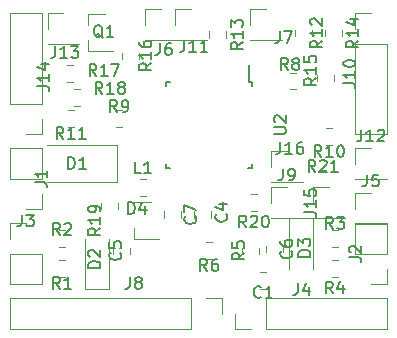
<source format=gto>
G04 #@! TF.GenerationSoftware,KiCad,Pcbnew,5.0.2+dfsg1-1*
G04 #@! TF.CreationDate,2019-11-26T12:32:40+03:00*
G04 #@! TF.ProjectId,clmt,636c6d74-2e6b-4696-9361-645f70636258,rev?*
G04 #@! TF.SameCoordinates,Original*
G04 #@! TF.FileFunction,Legend,Top*
G04 #@! TF.FilePolarity,Positive*
%FSLAX46Y46*%
G04 Gerber Fmt 4.6, Leading zero omitted, Abs format (unit mm)*
G04 Created by KiCad (PCBNEW 5.0.2+dfsg1-1) date Вт 26 ноя 2019 12:32:40*
%MOMM*%
%LPD*%
G01*
G04 APERTURE LIST*
%ADD10C,0.120000*%
%ADD11C,0.150000*%
G04 APERTURE END LIST*
D10*
G04 #@! TO.C,C4*
X123496000Y-52307748D02*
X123496000Y-52830252D01*
X124916000Y-52307748D02*
X124916000Y-52830252D01*
G04 #@! TO.C,R13*
X126186000Y-37067748D02*
X126186000Y-37590252D01*
X124766000Y-37067748D02*
X124766000Y-37590252D01*
G04 #@! TO.C,C1*
X129556252Y-58876000D02*
X129033748Y-58876000D01*
X129556252Y-57456000D02*
X129033748Y-57456000D01*
G04 #@! TO.C,C5*
X118058000Y-55896252D02*
X118058000Y-55373748D01*
X116638000Y-55896252D02*
X116638000Y-55373748D01*
G04 #@! TO.C,C6*
X131012000Y-55238748D02*
X131012000Y-55761252D01*
X129592000Y-55238748D02*
X129592000Y-55761252D01*
G04 #@! TO.C,C7*
X122376000Y-52307748D02*
X122376000Y-52830252D01*
X120956000Y-52307748D02*
X120956000Y-52830252D01*
G04 #@! TO.C,J1*
X107890000Y-58480000D02*
X110550000Y-58480000D01*
X107890000Y-55880000D02*
X107890000Y-58480000D01*
X110550000Y-55880000D02*
X110550000Y-58480000D01*
X107890000Y-55880000D02*
X110550000Y-55880000D01*
X107890000Y-54610000D02*
X107890000Y-53280000D01*
X107890000Y-53280000D02*
X109220000Y-53280000D01*
G04 #@! TO.C,J2*
X139760000Y-53280000D02*
X137100000Y-53280000D01*
X139760000Y-55880000D02*
X139760000Y-53280000D01*
X137100000Y-55880000D02*
X137100000Y-53280000D01*
X139760000Y-55880000D02*
X137100000Y-55880000D01*
X139760000Y-57150000D02*
X139760000Y-58480000D01*
X139760000Y-58480000D02*
X138430000Y-58480000D01*
G04 #@! TO.C,J3*
X110550000Y-52130000D02*
X109220000Y-52130000D01*
X110550000Y-50800000D02*
X110550000Y-52130000D01*
X110550000Y-49530000D02*
X107890000Y-49530000D01*
X107890000Y-49530000D02*
X107890000Y-46930000D01*
X110550000Y-49530000D02*
X110550000Y-46930000D01*
X110550000Y-46930000D02*
X107890000Y-46930000D01*
G04 #@! TO.C,J5*
X137100000Y-50740000D02*
X138430000Y-50740000D01*
X137100000Y-52070000D02*
X137100000Y-50740000D01*
X137100000Y-53340000D02*
X139760000Y-53340000D01*
X139760000Y-53340000D02*
X139760000Y-53400000D01*
X137100000Y-53340000D02*
X137100000Y-53400000D01*
X137100000Y-53400000D02*
X139760000Y-53400000D01*
G04 #@! TO.C,J6*
X119320000Y-35170000D02*
X120650000Y-35170000D01*
X119320000Y-36500000D02*
X119320000Y-35170000D01*
X119320000Y-37770000D02*
X121980000Y-37770000D01*
X121980000Y-37770000D02*
X121980000Y-37830000D01*
X119320000Y-37770000D02*
X119320000Y-37830000D01*
X119320000Y-37830000D02*
X121980000Y-37830000D01*
G04 #@! TO.C,J7*
X128210000Y-37830000D02*
X130870000Y-37830000D01*
X128210000Y-37770000D02*
X128210000Y-37830000D01*
X130870000Y-37770000D02*
X130870000Y-37830000D01*
X128210000Y-37770000D02*
X130870000Y-37770000D01*
X128210000Y-36500000D02*
X128210000Y-35170000D01*
X128210000Y-35170000D02*
X129540000Y-35170000D01*
G04 #@! TO.C,J8*
X139760000Y-62290000D02*
X139760000Y-59630000D01*
X129540000Y-62290000D02*
X139760000Y-62290000D01*
X129540000Y-59630000D02*
X139760000Y-59630000D01*
X129540000Y-62290000D02*
X129540000Y-59630000D01*
X128270000Y-62290000D02*
X126940000Y-62290000D01*
X126940000Y-62290000D02*
X126940000Y-60960000D01*
G04 #@! TO.C,J10*
X137100000Y-45780000D02*
X139760000Y-45780000D01*
X137100000Y-38100000D02*
X137100000Y-45780000D01*
X139760000Y-38100000D02*
X139760000Y-45780000D01*
X137100000Y-38100000D02*
X139760000Y-38100000D01*
X137100000Y-36830000D02*
X137100000Y-35500000D01*
X137100000Y-35500000D02*
X138430000Y-35500000D01*
G04 #@! TO.C,J11*
X121860000Y-35170000D02*
X123190000Y-35170000D01*
X121860000Y-36500000D02*
X121860000Y-35170000D01*
X121860000Y-37770000D02*
X124520000Y-37770000D01*
X124520000Y-37770000D02*
X124520000Y-37830000D01*
X121860000Y-37770000D02*
X121860000Y-37830000D01*
X121860000Y-37830000D02*
X124520000Y-37830000D01*
G04 #@! TO.C,J12*
X137100000Y-49590000D02*
X139760000Y-49590000D01*
X137100000Y-49530000D02*
X137100000Y-49590000D01*
X139760000Y-49530000D02*
X139760000Y-49590000D01*
X137100000Y-49530000D02*
X139760000Y-49530000D01*
X137100000Y-48260000D02*
X137100000Y-46930000D01*
X137100000Y-46930000D02*
X138430000Y-46930000D01*
G04 #@! TO.C,J13*
X111065000Y-38160000D02*
X113725000Y-38160000D01*
X111065000Y-38100000D02*
X111065000Y-38160000D01*
X113725000Y-38100000D02*
X113725000Y-38160000D01*
X111065000Y-38100000D02*
X113725000Y-38100000D01*
X111065000Y-36830000D02*
X111065000Y-35500000D01*
X111065000Y-35500000D02*
X112395000Y-35500000D01*
G04 #@! TO.C,J14*
X110550000Y-45780000D02*
X109220000Y-45780000D01*
X110550000Y-44450000D02*
X110550000Y-45780000D01*
X110550000Y-43180000D02*
X107890000Y-43180000D01*
X107890000Y-43180000D02*
X107890000Y-35500000D01*
X110550000Y-43180000D02*
X110550000Y-35500000D01*
X110550000Y-35500000D02*
X107890000Y-35500000D01*
G04 #@! TO.C,L1*
X118855748Y-49582000D02*
X119378252Y-49582000D01*
X118855748Y-51002000D02*
X119378252Y-51002000D01*
G04 #@! TO.C,Q1*
X114445000Y-35565000D02*
X114445000Y-36495000D01*
X114445000Y-38725000D02*
X114445000Y-37795000D01*
X114445000Y-38725000D02*
X116605000Y-38725000D01*
X114445000Y-35565000D02*
X115905000Y-35565000D01*
G04 #@! TO.C,R1*
X111984748Y-56440000D02*
X112507252Y-56440000D01*
X111984748Y-57860000D02*
X112507252Y-57860000D01*
G04 #@! TO.C,R2*
X112009748Y-55320000D02*
X112532252Y-55320000D01*
X112009748Y-53900000D02*
X112532252Y-53900000D01*
G04 #@! TO.C,R3*
X135634252Y-53900000D02*
X135111748Y-53900000D01*
X135634252Y-55320000D02*
X135111748Y-55320000D01*
G04 #@! TO.C,R4*
X135634252Y-56440000D02*
X135111748Y-56440000D01*
X135634252Y-57860000D02*
X135111748Y-57860000D01*
G04 #@! TO.C,R5*
X127560000Y-55896252D02*
X127560000Y-55373748D01*
X128980000Y-55896252D02*
X128980000Y-55373748D01*
G04 #@! TO.C,R6*
X124984252Y-54916000D02*
X124461748Y-54916000D01*
X124984252Y-56336000D02*
X124461748Y-56336000D01*
G04 #@! TO.C,R8*
X132078252Y-40565000D02*
X131555748Y-40565000D01*
X132078252Y-41985000D02*
X131555748Y-41985000D01*
G04 #@! TO.C,R9*
X116841748Y-43740000D02*
X117364252Y-43740000D01*
X116841748Y-45160000D02*
X117364252Y-45160000D01*
G04 #@! TO.C,R10*
X135126252Y-46684000D02*
X134603748Y-46684000D01*
X135126252Y-45264000D02*
X134603748Y-45264000D01*
G04 #@! TO.C,R11*
X113282252Y-45160000D02*
X112759748Y-45160000D01*
X113282252Y-43740000D02*
X112759748Y-43740000D01*
G04 #@! TO.C,R12*
X132005000Y-36958748D02*
X132005000Y-37481252D01*
X133425000Y-36958748D02*
X133425000Y-37481252D01*
G04 #@! TO.C,R14*
X135965000Y-36958748D02*
X135965000Y-37481252D01*
X134545000Y-36958748D02*
X134545000Y-37481252D01*
G04 #@! TO.C,R15*
X135330000Y-40768748D02*
X135330000Y-41291252D01*
X133910000Y-40768748D02*
X133910000Y-41291252D01*
G04 #@! TO.C,R16*
X117400000Y-38863748D02*
X117400000Y-39386252D01*
X118820000Y-38863748D02*
X118820000Y-39386252D01*
G04 #@! TO.C,R17*
X112713748Y-41350000D02*
X113236252Y-41350000D01*
X112713748Y-39930000D02*
X113236252Y-39930000D01*
G04 #@! TO.C,R18*
X113267748Y-43382000D02*
X113790252Y-43382000D01*
X113267748Y-41962000D02*
X113790252Y-41962000D01*
D11*
G04 #@! TO.C,U2*
X128355000Y-41375000D02*
X128130000Y-41375000D01*
X128355000Y-48625000D02*
X128030000Y-48625000D01*
X121105000Y-48625000D02*
X121430000Y-48625000D01*
X121105000Y-41375000D02*
X121430000Y-41375000D01*
X128355000Y-41375000D02*
X128355000Y-41700000D01*
X121105000Y-41375000D02*
X121105000Y-41700000D01*
X121105000Y-48625000D02*
X121105000Y-48300000D01*
X128355000Y-48625000D02*
X128355000Y-48300000D01*
X128130000Y-41375000D02*
X128130000Y-39950000D01*
D10*
G04 #@! TO.C,D2*
X114246000Y-54610000D02*
X114246000Y-58910000D01*
X114246000Y-58910000D02*
X116246000Y-58910000D01*
X116246000Y-58910000D02*
X116246000Y-54610000D01*
G04 #@! TO.C,D3*
X133500000Y-57150000D02*
X133500000Y-52850000D01*
X133500000Y-52850000D02*
X131500000Y-52850000D01*
X131500000Y-52850000D02*
X131500000Y-57150000D01*
G04 #@! TO.C,J4*
X107890000Y-59630000D02*
X107890000Y-62290000D01*
X123190000Y-59630000D02*
X107890000Y-59630000D01*
X123190000Y-62290000D02*
X107890000Y-62290000D01*
X123190000Y-59630000D02*
X123190000Y-62290000D01*
X124460000Y-59630000D02*
X125790000Y-59630000D01*
X125790000Y-59630000D02*
X125790000Y-60960000D01*
G04 #@! TO.C,J9*
X129988000Y-50232000D02*
X131318000Y-50232000D01*
X129988000Y-51562000D02*
X129988000Y-50232000D01*
X129988000Y-52832000D02*
X132648000Y-52832000D01*
X132648000Y-52832000D02*
X132648000Y-52892000D01*
X129988000Y-52832000D02*
X129988000Y-52892000D01*
X129988000Y-52892000D02*
X132648000Y-52892000D01*
G04 #@! TO.C,J15*
X133544000Y-52892000D02*
X136204000Y-52892000D01*
X133544000Y-52832000D02*
X133544000Y-52892000D01*
X136204000Y-52832000D02*
X136204000Y-52892000D01*
X133544000Y-52832000D02*
X136204000Y-52832000D01*
X133544000Y-51562000D02*
X133544000Y-50232000D01*
X133544000Y-50232000D02*
X134874000Y-50232000D01*
G04 #@! TO.C,J16*
X129988000Y-49844000D02*
X132648000Y-49844000D01*
X129988000Y-49784000D02*
X129988000Y-49844000D01*
X132648000Y-49784000D02*
X132648000Y-49844000D01*
X129988000Y-49784000D02*
X132648000Y-49784000D01*
X129988000Y-48514000D02*
X129988000Y-47184000D01*
X129988000Y-47184000D02*
X131318000Y-47184000D01*
G04 #@! TO.C,D4*
X118350000Y-51506000D02*
X118350000Y-52436000D01*
X118350000Y-54666000D02*
X118350000Y-53736000D01*
X118350000Y-54666000D02*
X120510000Y-54666000D01*
X118350000Y-51506000D02*
X119810000Y-51506000D01*
G04 #@! TO.C,R19*
X117042000Y-51563748D02*
X117042000Y-52086252D01*
X115622000Y-51563748D02*
X115622000Y-52086252D01*
G04 #@! TO.C,D1*
X111027000Y-49795000D02*
X116912000Y-49795000D01*
X116912000Y-49795000D02*
X116912000Y-46725000D01*
X116912000Y-46725000D02*
X111027000Y-46725000D01*
G04 #@! TO.C,R20*
X128776252Y-50852000D02*
X128253748Y-50852000D01*
X128776252Y-52272000D02*
X128253748Y-52272000D01*
G04 #@! TO.C,R21*
X134618252Y-50240000D02*
X134095748Y-50240000D01*
X134618252Y-48820000D02*
X134095748Y-48820000D01*
G04 #@! TO.C,C4*
D11*
X126175142Y-52556666D02*
X126222761Y-52604285D01*
X126270380Y-52747142D01*
X126270380Y-52842380D01*
X126222761Y-52985238D01*
X126127523Y-53080476D01*
X126032285Y-53128095D01*
X125841809Y-53175714D01*
X125698952Y-53175714D01*
X125508476Y-53128095D01*
X125413238Y-53080476D01*
X125318000Y-52985238D01*
X125270380Y-52842380D01*
X125270380Y-52747142D01*
X125318000Y-52604285D01*
X125365619Y-52556666D01*
X125603714Y-51699523D02*
X126270380Y-51699523D01*
X125222761Y-51937619D02*
X125937047Y-52175714D01*
X125937047Y-51556666D01*
G04 #@! TO.C,R13*
X127578380Y-37971857D02*
X127102190Y-38305190D01*
X127578380Y-38543285D02*
X126578380Y-38543285D01*
X126578380Y-38162333D01*
X126626000Y-38067095D01*
X126673619Y-38019476D01*
X126768857Y-37971857D01*
X126911714Y-37971857D01*
X127006952Y-38019476D01*
X127054571Y-38067095D01*
X127102190Y-38162333D01*
X127102190Y-38543285D01*
X127578380Y-37019476D02*
X127578380Y-37590904D01*
X127578380Y-37305190D02*
X126578380Y-37305190D01*
X126721238Y-37400428D01*
X126816476Y-37495666D01*
X126864095Y-37590904D01*
X126578380Y-36686142D02*
X126578380Y-36067095D01*
X126959333Y-36400428D01*
X126959333Y-36257571D01*
X127006952Y-36162333D01*
X127054571Y-36114714D01*
X127149809Y-36067095D01*
X127387904Y-36067095D01*
X127483142Y-36114714D01*
X127530761Y-36162333D01*
X127578380Y-36257571D01*
X127578380Y-36543285D01*
X127530761Y-36638523D01*
X127483142Y-36686142D01*
G04 #@! TO.C,C1*
X129128333Y-59539142D02*
X129080714Y-59586761D01*
X128937857Y-59634380D01*
X128842619Y-59634380D01*
X128699761Y-59586761D01*
X128604523Y-59491523D01*
X128556904Y-59396285D01*
X128509285Y-59205809D01*
X128509285Y-59062952D01*
X128556904Y-58872476D01*
X128604523Y-58777238D01*
X128699761Y-58682000D01*
X128842619Y-58634380D01*
X128937857Y-58634380D01*
X129080714Y-58682000D01*
X129128333Y-58729619D01*
X130080714Y-59634380D02*
X129509285Y-59634380D01*
X129795000Y-59634380D02*
X129795000Y-58634380D01*
X129699761Y-58777238D01*
X129604523Y-58872476D01*
X129509285Y-58920095D01*
G04 #@! TO.C,C5*
X117197142Y-55801666D02*
X117244761Y-55849285D01*
X117292380Y-55992142D01*
X117292380Y-56087380D01*
X117244761Y-56230238D01*
X117149523Y-56325476D01*
X117054285Y-56373095D01*
X116863809Y-56420714D01*
X116720952Y-56420714D01*
X116530476Y-56373095D01*
X116435238Y-56325476D01*
X116340000Y-56230238D01*
X116292380Y-56087380D01*
X116292380Y-55992142D01*
X116340000Y-55849285D01*
X116387619Y-55801666D01*
X116292380Y-54896904D02*
X116292380Y-55373095D01*
X116768571Y-55420714D01*
X116720952Y-55373095D01*
X116673333Y-55277857D01*
X116673333Y-55039761D01*
X116720952Y-54944523D01*
X116768571Y-54896904D01*
X116863809Y-54849285D01*
X117101904Y-54849285D01*
X117197142Y-54896904D01*
X117244761Y-54944523D01*
X117292380Y-55039761D01*
X117292380Y-55277857D01*
X117244761Y-55373095D01*
X117197142Y-55420714D01*
G04 #@! TO.C,C6*
X131675142Y-55666666D02*
X131722761Y-55714285D01*
X131770380Y-55857142D01*
X131770380Y-55952380D01*
X131722761Y-56095238D01*
X131627523Y-56190476D01*
X131532285Y-56238095D01*
X131341809Y-56285714D01*
X131198952Y-56285714D01*
X131008476Y-56238095D01*
X130913238Y-56190476D01*
X130818000Y-56095238D01*
X130770380Y-55952380D01*
X130770380Y-55857142D01*
X130818000Y-55714285D01*
X130865619Y-55666666D01*
X130770380Y-54809523D02*
X130770380Y-55000000D01*
X130818000Y-55095238D01*
X130865619Y-55142857D01*
X131008476Y-55238095D01*
X131198952Y-55285714D01*
X131579904Y-55285714D01*
X131675142Y-55238095D01*
X131722761Y-55190476D01*
X131770380Y-55095238D01*
X131770380Y-54904761D01*
X131722761Y-54809523D01*
X131675142Y-54761904D01*
X131579904Y-54714285D01*
X131341809Y-54714285D01*
X131246571Y-54761904D01*
X131198952Y-54809523D01*
X131151333Y-54904761D01*
X131151333Y-55095238D01*
X131198952Y-55190476D01*
X131246571Y-55238095D01*
X131341809Y-55285714D01*
G04 #@! TO.C,C7*
X123547142Y-52735666D02*
X123594761Y-52783285D01*
X123642380Y-52926142D01*
X123642380Y-53021380D01*
X123594761Y-53164238D01*
X123499523Y-53259476D01*
X123404285Y-53307095D01*
X123213809Y-53354714D01*
X123070952Y-53354714D01*
X122880476Y-53307095D01*
X122785238Y-53259476D01*
X122690000Y-53164238D01*
X122642380Y-53021380D01*
X122642380Y-52926142D01*
X122690000Y-52783285D01*
X122737619Y-52735666D01*
X122642380Y-52402333D02*
X122642380Y-51735666D01*
X123642380Y-52164238D01*
G04 #@! TO.C,J1*
X110002380Y-49863333D02*
X110716666Y-49863333D01*
X110859523Y-49910952D01*
X110954761Y-50006190D01*
X111002380Y-50149047D01*
X111002380Y-50244285D01*
X111002380Y-48863333D02*
X111002380Y-49434761D01*
X111002380Y-49149047D02*
X110002380Y-49149047D01*
X110145238Y-49244285D01*
X110240476Y-49339523D01*
X110288095Y-49434761D01*
G04 #@! TO.C,J2*
X136612380Y-56213333D02*
X137326666Y-56213333D01*
X137469523Y-56260952D01*
X137564761Y-56356190D01*
X137612380Y-56499047D01*
X137612380Y-56594285D01*
X136707619Y-55784761D02*
X136660000Y-55737142D01*
X136612380Y-55641904D01*
X136612380Y-55403809D01*
X136660000Y-55308571D01*
X136707619Y-55260952D01*
X136802857Y-55213333D01*
X136898095Y-55213333D01*
X137040952Y-55260952D01*
X137612380Y-55832380D01*
X137612380Y-55213333D01*
G04 #@! TO.C,J3*
X108886666Y-52582380D02*
X108886666Y-53296666D01*
X108839047Y-53439523D01*
X108743809Y-53534761D01*
X108600952Y-53582380D01*
X108505714Y-53582380D01*
X109267619Y-52582380D02*
X109886666Y-52582380D01*
X109553333Y-52963333D01*
X109696190Y-52963333D01*
X109791428Y-53010952D01*
X109839047Y-53058571D01*
X109886666Y-53153809D01*
X109886666Y-53391904D01*
X109839047Y-53487142D01*
X109791428Y-53534761D01*
X109696190Y-53582380D01*
X109410476Y-53582380D01*
X109315238Y-53534761D01*
X109267619Y-53487142D01*
G04 #@! TO.C,J5*
X138096666Y-49192380D02*
X138096666Y-49906666D01*
X138049047Y-50049523D01*
X137953809Y-50144761D01*
X137810952Y-50192380D01*
X137715714Y-50192380D01*
X139049047Y-49192380D02*
X138572857Y-49192380D01*
X138525238Y-49668571D01*
X138572857Y-49620952D01*
X138668095Y-49573333D01*
X138906190Y-49573333D01*
X139001428Y-49620952D01*
X139049047Y-49668571D01*
X139096666Y-49763809D01*
X139096666Y-50001904D01*
X139049047Y-50097142D01*
X139001428Y-50144761D01*
X138906190Y-50192380D01*
X138668095Y-50192380D01*
X138572857Y-50144761D01*
X138525238Y-50097142D01*
G04 #@! TO.C,J6*
X120570666Y-38060380D02*
X120570666Y-38774666D01*
X120523047Y-38917523D01*
X120427809Y-39012761D01*
X120284952Y-39060380D01*
X120189714Y-39060380D01*
X121475428Y-38060380D02*
X121284952Y-38060380D01*
X121189714Y-38108000D01*
X121142095Y-38155619D01*
X121046857Y-38298476D01*
X120999238Y-38488952D01*
X120999238Y-38869904D01*
X121046857Y-38965142D01*
X121094476Y-39012761D01*
X121189714Y-39060380D01*
X121380190Y-39060380D01*
X121475428Y-39012761D01*
X121523047Y-38965142D01*
X121570666Y-38869904D01*
X121570666Y-38631809D01*
X121523047Y-38536571D01*
X121475428Y-38488952D01*
X121380190Y-38441333D01*
X121189714Y-38441333D01*
X121094476Y-38488952D01*
X121046857Y-38536571D01*
X120999238Y-38631809D01*
G04 #@! TO.C,J7*
X130730666Y-37044380D02*
X130730666Y-37758666D01*
X130683047Y-37901523D01*
X130587809Y-37996761D01*
X130444952Y-38044380D01*
X130349714Y-38044380D01*
X131111619Y-37044380D02*
X131778285Y-37044380D01*
X131349714Y-38044380D01*
G04 #@! TO.C,J8*
X118030666Y-57872380D02*
X118030666Y-58586666D01*
X117983047Y-58729523D01*
X117887809Y-58824761D01*
X117744952Y-58872380D01*
X117649714Y-58872380D01*
X118649714Y-58300952D02*
X118554476Y-58253333D01*
X118506857Y-58205714D01*
X118459238Y-58110476D01*
X118459238Y-58062857D01*
X118506857Y-57967619D01*
X118554476Y-57920000D01*
X118649714Y-57872380D01*
X118840190Y-57872380D01*
X118935428Y-57920000D01*
X118983047Y-57967619D01*
X119030666Y-58062857D01*
X119030666Y-58110476D01*
X118983047Y-58205714D01*
X118935428Y-58253333D01*
X118840190Y-58300952D01*
X118649714Y-58300952D01*
X118554476Y-58348571D01*
X118506857Y-58396190D01*
X118459238Y-58491428D01*
X118459238Y-58681904D01*
X118506857Y-58777142D01*
X118554476Y-58824761D01*
X118649714Y-58872380D01*
X118840190Y-58872380D01*
X118935428Y-58824761D01*
X118983047Y-58777142D01*
X119030666Y-58681904D01*
X119030666Y-58491428D01*
X118983047Y-58396190D01*
X118935428Y-58348571D01*
X118840190Y-58300952D01*
G04 #@! TO.C,J10*
X136104380Y-41449523D02*
X136818666Y-41449523D01*
X136961523Y-41497142D01*
X137056761Y-41592380D01*
X137104380Y-41735238D01*
X137104380Y-41830476D01*
X137104380Y-40449523D02*
X137104380Y-41020952D01*
X137104380Y-40735238D02*
X136104380Y-40735238D01*
X136247238Y-40830476D01*
X136342476Y-40925714D01*
X136390095Y-41020952D01*
X136104380Y-39830476D02*
X136104380Y-39735238D01*
X136152000Y-39640000D01*
X136199619Y-39592380D01*
X136294857Y-39544761D01*
X136485333Y-39497142D01*
X136723428Y-39497142D01*
X136913904Y-39544761D01*
X137009142Y-39592380D01*
X137056761Y-39640000D01*
X137104380Y-39735238D01*
X137104380Y-39830476D01*
X137056761Y-39925714D01*
X137009142Y-39973333D01*
X136913904Y-40020952D01*
X136723428Y-40068571D01*
X136485333Y-40068571D01*
X136294857Y-40020952D01*
X136199619Y-39973333D01*
X136152000Y-39925714D01*
X136104380Y-39830476D01*
G04 #@! TO.C,J11*
X122634476Y-37806380D02*
X122634476Y-38520666D01*
X122586857Y-38663523D01*
X122491619Y-38758761D01*
X122348761Y-38806380D01*
X122253523Y-38806380D01*
X123634476Y-38806380D02*
X123063047Y-38806380D01*
X123348761Y-38806380D02*
X123348761Y-37806380D01*
X123253523Y-37949238D01*
X123158285Y-38044476D01*
X123063047Y-38092095D01*
X124586857Y-38806380D02*
X124015428Y-38806380D01*
X124301142Y-38806380D02*
X124301142Y-37806380D01*
X124205904Y-37949238D01*
X124110666Y-38044476D01*
X124015428Y-38092095D01*
G04 #@! TO.C,J12*
X137620476Y-45382380D02*
X137620476Y-46096666D01*
X137572857Y-46239523D01*
X137477619Y-46334761D01*
X137334761Y-46382380D01*
X137239523Y-46382380D01*
X138620476Y-46382380D02*
X138049047Y-46382380D01*
X138334761Y-46382380D02*
X138334761Y-45382380D01*
X138239523Y-45525238D01*
X138144285Y-45620476D01*
X138049047Y-45668095D01*
X139001428Y-45477619D02*
X139049047Y-45430000D01*
X139144285Y-45382380D01*
X139382380Y-45382380D01*
X139477619Y-45430000D01*
X139525238Y-45477619D01*
X139572857Y-45572857D01*
X139572857Y-45668095D01*
X139525238Y-45810952D01*
X138953809Y-46382380D01*
X139572857Y-46382380D01*
G04 #@! TO.C,J13*
X111712476Y-38314380D02*
X111712476Y-39028666D01*
X111664857Y-39171523D01*
X111569619Y-39266761D01*
X111426761Y-39314380D01*
X111331523Y-39314380D01*
X112712476Y-39314380D02*
X112141047Y-39314380D01*
X112426761Y-39314380D02*
X112426761Y-38314380D01*
X112331523Y-38457238D01*
X112236285Y-38552476D01*
X112141047Y-38600095D01*
X113045809Y-38314380D02*
X113664857Y-38314380D01*
X113331523Y-38695333D01*
X113474380Y-38695333D01*
X113569619Y-38742952D01*
X113617238Y-38790571D01*
X113664857Y-38885809D01*
X113664857Y-39123904D01*
X113617238Y-39219142D01*
X113569619Y-39266761D01*
X113474380Y-39314380D01*
X113188666Y-39314380D01*
X113093428Y-39266761D01*
X113045809Y-39219142D01*
G04 #@! TO.C,J14*
X110196380Y-41703523D02*
X110910666Y-41703523D01*
X111053523Y-41751142D01*
X111148761Y-41846380D01*
X111196380Y-41989238D01*
X111196380Y-42084476D01*
X111196380Y-40703523D02*
X111196380Y-41274952D01*
X111196380Y-40989238D02*
X110196380Y-40989238D01*
X110339238Y-41084476D01*
X110434476Y-41179714D01*
X110482095Y-41274952D01*
X110529714Y-39846380D02*
X111196380Y-39846380D01*
X110148761Y-40084476D02*
X110863047Y-40322571D01*
X110863047Y-39703523D01*
G04 #@! TO.C,L1*
X118950333Y-49094380D02*
X118474142Y-49094380D01*
X118474142Y-48094380D01*
X119807476Y-49094380D02*
X119236047Y-49094380D01*
X119521761Y-49094380D02*
X119521761Y-48094380D01*
X119426523Y-48237238D01*
X119331285Y-48332476D01*
X119236047Y-48380095D01*
G04 #@! TO.C,Q1*
X115728761Y-37631619D02*
X115633523Y-37584000D01*
X115538285Y-37488761D01*
X115395428Y-37345904D01*
X115300190Y-37298285D01*
X115204952Y-37298285D01*
X115252571Y-37536380D02*
X115157333Y-37488761D01*
X115062095Y-37393523D01*
X115014476Y-37203047D01*
X115014476Y-36869714D01*
X115062095Y-36679238D01*
X115157333Y-36584000D01*
X115252571Y-36536380D01*
X115443047Y-36536380D01*
X115538285Y-36584000D01*
X115633523Y-36679238D01*
X115681142Y-36869714D01*
X115681142Y-37203047D01*
X115633523Y-37393523D01*
X115538285Y-37488761D01*
X115443047Y-37536380D01*
X115252571Y-37536380D01*
X116633523Y-37536380D02*
X116062095Y-37536380D01*
X116347809Y-37536380D02*
X116347809Y-36536380D01*
X116252571Y-36679238D01*
X116157333Y-36774476D01*
X116062095Y-36822095D01*
G04 #@! TO.C,R1*
X112101333Y-58872380D02*
X111768000Y-58396190D01*
X111529904Y-58872380D02*
X111529904Y-57872380D01*
X111910857Y-57872380D01*
X112006095Y-57920000D01*
X112053714Y-57967619D01*
X112101333Y-58062857D01*
X112101333Y-58205714D01*
X112053714Y-58300952D01*
X112006095Y-58348571D01*
X111910857Y-58396190D01*
X111529904Y-58396190D01*
X113053714Y-58872380D02*
X112482285Y-58872380D01*
X112768000Y-58872380D02*
X112768000Y-57872380D01*
X112672761Y-58015238D01*
X112577523Y-58110476D01*
X112482285Y-58158095D01*
G04 #@! TO.C,R2*
X112101333Y-54300380D02*
X111768000Y-53824190D01*
X111529904Y-54300380D02*
X111529904Y-53300380D01*
X111910857Y-53300380D01*
X112006095Y-53348000D01*
X112053714Y-53395619D01*
X112101333Y-53490857D01*
X112101333Y-53633714D01*
X112053714Y-53728952D01*
X112006095Y-53776571D01*
X111910857Y-53824190D01*
X111529904Y-53824190D01*
X112482285Y-53395619D02*
X112529904Y-53348000D01*
X112625142Y-53300380D01*
X112863238Y-53300380D01*
X112958476Y-53348000D01*
X113006095Y-53395619D01*
X113053714Y-53490857D01*
X113053714Y-53586095D01*
X113006095Y-53728952D01*
X112434666Y-54300380D01*
X113053714Y-54300380D01*
G04 #@! TO.C,R3*
X135215333Y-53792380D02*
X134882000Y-53316190D01*
X134643904Y-53792380D02*
X134643904Y-52792380D01*
X135024857Y-52792380D01*
X135120095Y-52840000D01*
X135167714Y-52887619D01*
X135215333Y-52982857D01*
X135215333Y-53125714D01*
X135167714Y-53220952D01*
X135120095Y-53268571D01*
X135024857Y-53316190D01*
X134643904Y-53316190D01*
X135548666Y-52792380D02*
X136167714Y-52792380D01*
X135834380Y-53173333D01*
X135977238Y-53173333D01*
X136072476Y-53220952D01*
X136120095Y-53268571D01*
X136167714Y-53363809D01*
X136167714Y-53601904D01*
X136120095Y-53697142D01*
X136072476Y-53744761D01*
X135977238Y-53792380D01*
X135691523Y-53792380D01*
X135596285Y-53744761D01*
X135548666Y-53697142D01*
G04 #@! TO.C,R4*
X135206333Y-59252380D02*
X134873000Y-58776190D01*
X134634904Y-59252380D02*
X134634904Y-58252380D01*
X135015857Y-58252380D01*
X135111095Y-58300000D01*
X135158714Y-58347619D01*
X135206333Y-58442857D01*
X135206333Y-58585714D01*
X135158714Y-58680952D01*
X135111095Y-58728571D01*
X135015857Y-58776190D01*
X134634904Y-58776190D01*
X136063476Y-58585714D02*
X136063476Y-59252380D01*
X135825380Y-58204761D02*
X135587285Y-58919047D01*
X136206333Y-58919047D01*
G04 #@! TO.C,R5*
X127706380Y-55801666D02*
X127230190Y-56135000D01*
X127706380Y-56373095D02*
X126706380Y-56373095D01*
X126706380Y-55992142D01*
X126754000Y-55896904D01*
X126801619Y-55849285D01*
X126896857Y-55801666D01*
X127039714Y-55801666D01*
X127134952Y-55849285D01*
X127182571Y-55896904D01*
X127230190Y-55992142D01*
X127230190Y-56373095D01*
X126706380Y-54896904D02*
X126706380Y-55373095D01*
X127182571Y-55420714D01*
X127134952Y-55373095D01*
X127087333Y-55277857D01*
X127087333Y-55039761D01*
X127134952Y-54944523D01*
X127182571Y-54896904D01*
X127277809Y-54849285D01*
X127515904Y-54849285D01*
X127611142Y-54896904D01*
X127658761Y-54944523D01*
X127706380Y-55039761D01*
X127706380Y-55277857D01*
X127658761Y-55373095D01*
X127611142Y-55420714D01*
G04 #@! TO.C,R6*
X124556333Y-57348380D02*
X124223000Y-56872190D01*
X123984904Y-57348380D02*
X123984904Y-56348380D01*
X124365857Y-56348380D01*
X124461095Y-56396000D01*
X124508714Y-56443619D01*
X124556333Y-56538857D01*
X124556333Y-56681714D01*
X124508714Y-56776952D01*
X124461095Y-56824571D01*
X124365857Y-56872190D01*
X123984904Y-56872190D01*
X125413476Y-56348380D02*
X125223000Y-56348380D01*
X125127761Y-56396000D01*
X125080142Y-56443619D01*
X124984904Y-56586476D01*
X124937285Y-56776952D01*
X124937285Y-57157904D01*
X124984904Y-57253142D01*
X125032523Y-57300761D01*
X125127761Y-57348380D01*
X125318238Y-57348380D01*
X125413476Y-57300761D01*
X125461095Y-57253142D01*
X125508714Y-57157904D01*
X125508714Y-56919809D01*
X125461095Y-56824571D01*
X125413476Y-56776952D01*
X125318238Y-56729333D01*
X125127761Y-56729333D01*
X125032523Y-56776952D01*
X124984904Y-56824571D01*
X124937285Y-56919809D01*
G04 #@! TO.C,R8*
X131405333Y-40330380D02*
X131072000Y-39854190D01*
X130833904Y-40330380D02*
X130833904Y-39330380D01*
X131214857Y-39330380D01*
X131310095Y-39378000D01*
X131357714Y-39425619D01*
X131405333Y-39520857D01*
X131405333Y-39663714D01*
X131357714Y-39758952D01*
X131310095Y-39806571D01*
X131214857Y-39854190D01*
X130833904Y-39854190D01*
X131976761Y-39758952D02*
X131881523Y-39711333D01*
X131833904Y-39663714D01*
X131786285Y-39568476D01*
X131786285Y-39520857D01*
X131833904Y-39425619D01*
X131881523Y-39378000D01*
X131976761Y-39330380D01*
X132167238Y-39330380D01*
X132262476Y-39378000D01*
X132310095Y-39425619D01*
X132357714Y-39520857D01*
X132357714Y-39568476D01*
X132310095Y-39663714D01*
X132262476Y-39711333D01*
X132167238Y-39758952D01*
X131976761Y-39758952D01*
X131881523Y-39806571D01*
X131833904Y-39854190D01*
X131786285Y-39949428D01*
X131786285Y-40139904D01*
X131833904Y-40235142D01*
X131881523Y-40282761D01*
X131976761Y-40330380D01*
X132167238Y-40330380D01*
X132262476Y-40282761D01*
X132310095Y-40235142D01*
X132357714Y-40139904D01*
X132357714Y-39949428D01*
X132310095Y-39854190D01*
X132262476Y-39806571D01*
X132167238Y-39758952D01*
G04 #@! TO.C,R9*
X116936333Y-43886380D02*
X116603000Y-43410190D01*
X116364904Y-43886380D02*
X116364904Y-42886380D01*
X116745857Y-42886380D01*
X116841095Y-42934000D01*
X116888714Y-42981619D01*
X116936333Y-43076857D01*
X116936333Y-43219714D01*
X116888714Y-43314952D01*
X116841095Y-43362571D01*
X116745857Y-43410190D01*
X116364904Y-43410190D01*
X117412523Y-43886380D02*
X117603000Y-43886380D01*
X117698238Y-43838761D01*
X117745857Y-43791142D01*
X117841095Y-43648285D01*
X117888714Y-43457809D01*
X117888714Y-43076857D01*
X117841095Y-42981619D01*
X117793476Y-42934000D01*
X117698238Y-42886380D01*
X117507761Y-42886380D01*
X117412523Y-42934000D01*
X117364904Y-42981619D01*
X117317285Y-43076857D01*
X117317285Y-43314952D01*
X117364904Y-43410190D01*
X117412523Y-43457809D01*
X117507761Y-43505428D01*
X117698238Y-43505428D01*
X117793476Y-43457809D01*
X117841095Y-43410190D01*
X117888714Y-43314952D01*
G04 #@! TO.C,R10*
X134231142Y-47696380D02*
X133897809Y-47220190D01*
X133659714Y-47696380D02*
X133659714Y-46696380D01*
X134040666Y-46696380D01*
X134135904Y-46744000D01*
X134183523Y-46791619D01*
X134231142Y-46886857D01*
X134231142Y-47029714D01*
X134183523Y-47124952D01*
X134135904Y-47172571D01*
X134040666Y-47220190D01*
X133659714Y-47220190D01*
X135183523Y-47696380D02*
X134612095Y-47696380D01*
X134897809Y-47696380D02*
X134897809Y-46696380D01*
X134802571Y-46839238D01*
X134707333Y-46934476D01*
X134612095Y-46982095D01*
X135802571Y-46696380D02*
X135897809Y-46696380D01*
X135993047Y-46744000D01*
X136040666Y-46791619D01*
X136088285Y-46886857D01*
X136135904Y-47077333D01*
X136135904Y-47315428D01*
X136088285Y-47505904D01*
X136040666Y-47601142D01*
X135993047Y-47648761D01*
X135897809Y-47696380D01*
X135802571Y-47696380D01*
X135707333Y-47648761D01*
X135659714Y-47601142D01*
X135612095Y-47505904D01*
X135564476Y-47315428D01*
X135564476Y-47077333D01*
X135612095Y-46886857D01*
X135659714Y-46791619D01*
X135707333Y-46744000D01*
X135802571Y-46696380D01*
G04 #@! TO.C,R11*
X112387142Y-46172380D02*
X112053809Y-45696190D01*
X111815714Y-46172380D02*
X111815714Y-45172380D01*
X112196666Y-45172380D01*
X112291904Y-45220000D01*
X112339523Y-45267619D01*
X112387142Y-45362857D01*
X112387142Y-45505714D01*
X112339523Y-45600952D01*
X112291904Y-45648571D01*
X112196666Y-45696190D01*
X111815714Y-45696190D01*
X113339523Y-46172380D02*
X112768095Y-46172380D01*
X113053809Y-46172380D02*
X113053809Y-45172380D01*
X112958571Y-45315238D01*
X112863333Y-45410476D01*
X112768095Y-45458095D01*
X114291904Y-46172380D02*
X113720476Y-46172380D01*
X114006190Y-46172380D02*
X114006190Y-45172380D01*
X113910952Y-45315238D01*
X113815714Y-45410476D01*
X113720476Y-45458095D01*
G04 #@! TO.C,R12*
X134310380Y-37862857D02*
X133834190Y-38196190D01*
X134310380Y-38434285D02*
X133310380Y-38434285D01*
X133310380Y-38053333D01*
X133358000Y-37958095D01*
X133405619Y-37910476D01*
X133500857Y-37862857D01*
X133643714Y-37862857D01*
X133738952Y-37910476D01*
X133786571Y-37958095D01*
X133834190Y-38053333D01*
X133834190Y-38434285D01*
X134310380Y-36910476D02*
X134310380Y-37481904D01*
X134310380Y-37196190D02*
X133310380Y-37196190D01*
X133453238Y-37291428D01*
X133548476Y-37386666D01*
X133596095Y-37481904D01*
X133405619Y-36529523D02*
X133358000Y-36481904D01*
X133310380Y-36386666D01*
X133310380Y-36148571D01*
X133358000Y-36053333D01*
X133405619Y-36005714D01*
X133500857Y-35958095D01*
X133596095Y-35958095D01*
X133738952Y-36005714D01*
X134310380Y-36577142D01*
X134310380Y-35958095D01*
G04 #@! TO.C,R14*
X137357380Y-37862857D02*
X136881190Y-38196190D01*
X137357380Y-38434285D02*
X136357380Y-38434285D01*
X136357380Y-38053333D01*
X136405000Y-37958095D01*
X136452619Y-37910476D01*
X136547857Y-37862857D01*
X136690714Y-37862857D01*
X136785952Y-37910476D01*
X136833571Y-37958095D01*
X136881190Y-38053333D01*
X136881190Y-38434285D01*
X137357380Y-36910476D02*
X137357380Y-37481904D01*
X137357380Y-37196190D02*
X136357380Y-37196190D01*
X136500238Y-37291428D01*
X136595476Y-37386666D01*
X136643095Y-37481904D01*
X136690714Y-36053333D02*
X137357380Y-36053333D01*
X136309761Y-36291428D02*
X137024047Y-36529523D01*
X137024047Y-35910476D01*
G04 #@! TO.C,R15*
X133802380Y-41028857D02*
X133326190Y-41362190D01*
X133802380Y-41600285D02*
X132802380Y-41600285D01*
X132802380Y-41219333D01*
X132850000Y-41124095D01*
X132897619Y-41076476D01*
X132992857Y-41028857D01*
X133135714Y-41028857D01*
X133230952Y-41076476D01*
X133278571Y-41124095D01*
X133326190Y-41219333D01*
X133326190Y-41600285D01*
X133802380Y-40076476D02*
X133802380Y-40647904D01*
X133802380Y-40362190D02*
X132802380Y-40362190D01*
X132945238Y-40457428D01*
X133040476Y-40552666D01*
X133088095Y-40647904D01*
X132802380Y-39171714D02*
X132802380Y-39647904D01*
X133278571Y-39695523D01*
X133230952Y-39647904D01*
X133183333Y-39552666D01*
X133183333Y-39314571D01*
X133230952Y-39219333D01*
X133278571Y-39171714D01*
X133373809Y-39124095D01*
X133611904Y-39124095D01*
X133707142Y-39171714D01*
X133754761Y-39219333D01*
X133802380Y-39314571D01*
X133802380Y-39552666D01*
X133754761Y-39647904D01*
X133707142Y-39695523D01*
G04 #@! TO.C,R16*
X119832380Y-39767857D02*
X119356190Y-40101190D01*
X119832380Y-40339285D02*
X118832380Y-40339285D01*
X118832380Y-39958333D01*
X118880000Y-39863095D01*
X118927619Y-39815476D01*
X119022857Y-39767857D01*
X119165714Y-39767857D01*
X119260952Y-39815476D01*
X119308571Y-39863095D01*
X119356190Y-39958333D01*
X119356190Y-40339285D01*
X119832380Y-38815476D02*
X119832380Y-39386904D01*
X119832380Y-39101190D02*
X118832380Y-39101190D01*
X118975238Y-39196428D01*
X119070476Y-39291666D01*
X119118095Y-39386904D01*
X118832380Y-37958333D02*
X118832380Y-38148809D01*
X118880000Y-38244047D01*
X118927619Y-38291666D01*
X119070476Y-38386904D01*
X119260952Y-38434523D01*
X119641904Y-38434523D01*
X119737142Y-38386904D01*
X119784761Y-38339285D01*
X119832380Y-38244047D01*
X119832380Y-38053571D01*
X119784761Y-37958333D01*
X119737142Y-37910714D01*
X119641904Y-37863095D01*
X119403809Y-37863095D01*
X119308571Y-37910714D01*
X119260952Y-37958333D01*
X119213333Y-38053571D01*
X119213333Y-38244047D01*
X119260952Y-38339285D01*
X119308571Y-38386904D01*
X119403809Y-38434523D01*
G04 #@! TO.C,R17*
X115181142Y-40838380D02*
X114847809Y-40362190D01*
X114609714Y-40838380D02*
X114609714Y-39838380D01*
X114990666Y-39838380D01*
X115085904Y-39886000D01*
X115133523Y-39933619D01*
X115181142Y-40028857D01*
X115181142Y-40171714D01*
X115133523Y-40266952D01*
X115085904Y-40314571D01*
X114990666Y-40362190D01*
X114609714Y-40362190D01*
X116133523Y-40838380D02*
X115562095Y-40838380D01*
X115847809Y-40838380D02*
X115847809Y-39838380D01*
X115752571Y-39981238D01*
X115657333Y-40076476D01*
X115562095Y-40124095D01*
X116466857Y-39838380D02*
X117133523Y-39838380D01*
X116704952Y-40838380D01*
G04 #@! TO.C,R18*
X115689142Y-42362380D02*
X115355809Y-41886190D01*
X115117714Y-42362380D02*
X115117714Y-41362380D01*
X115498666Y-41362380D01*
X115593904Y-41410000D01*
X115641523Y-41457619D01*
X115689142Y-41552857D01*
X115689142Y-41695714D01*
X115641523Y-41790952D01*
X115593904Y-41838571D01*
X115498666Y-41886190D01*
X115117714Y-41886190D01*
X116641523Y-42362380D02*
X116070095Y-42362380D01*
X116355809Y-42362380D02*
X116355809Y-41362380D01*
X116260571Y-41505238D01*
X116165333Y-41600476D01*
X116070095Y-41648095D01*
X117212952Y-41790952D02*
X117117714Y-41743333D01*
X117070095Y-41695714D01*
X117022476Y-41600476D01*
X117022476Y-41552857D01*
X117070095Y-41457619D01*
X117117714Y-41410000D01*
X117212952Y-41362380D01*
X117403428Y-41362380D01*
X117498666Y-41410000D01*
X117546285Y-41457619D01*
X117593904Y-41552857D01*
X117593904Y-41600476D01*
X117546285Y-41695714D01*
X117498666Y-41743333D01*
X117403428Y-41790952D01*
X117212952Y-41790952D01*
X117117714Y-41838571D01*
X117070095Y-41886190D01*
X117022476Y-41981428D01*
X117022476Y-42171904D01*
X117070095Y-42267142D01*
X117117714Y-42314761D01*
X117212952Y-42362380D01*
X117403428Y-42362380D01*
X117498666Y-42314761D01*
X117546285Y-42267142D01*
X117593904Y-42171904D01*
X117593904Y-41981428D01*
X117546285Y-41886190D01*
X117498666Y-41838571D01*
X117403428Y-41790952D01*
G04 #@! TO.C,U2*
X130232380Y-45761904D02*
X131041904Y-45761904D01*
X131137142Y-45714285D01*
X131184761Y-45666666D01*
X131232380Y-45571428D01*
X131232380Y-45380952D01*
X131184761Y-45285714D01*
X131137142Y-45238095D01*
X131041904Y-45190476D01*
X130232380Y-45190476D01*
X130327619Y-44761904D02*
X130280000Y-44714285D01*
X130232380Y-44619047D01*
X130232380Y-44380952D01*
X130280000Y-44285714D01*
X130327619Y-44238095D01*
X130422857Y-44190476D01*
X130518095Y-44190476D01*
X130660952Y-44238095D01*
X131232380Y-44809523D01*
X131232380Y-44190476D01*
G04 #@! TO.C,D2*
X115514380Y-57098095D02*
X114514380Y-57098095D01*
X114514380Y-56860000D01*
X114562000Y-56717142D01*
X114657238Y-56621904D01*
X114752476Y-56574285D01*
X114942952Y-56526666D01*
X115085809Y-56526666D01*
X115276285Y-56574285D01*
X115371523Y-56621904D01*
X115466761Y-56717142D01*
X115514380Y-56860000D01*
X115514380Y-57098095D01*
X114609619Y-56145714D02*
X114562000Y-56098095D01*
X114514380Y-56002857D01*
X114514380Y-55764761D01*
X114562000Y-55669523D01*
X114609619Y-55621904D01*
X114704857Y-55574285D01*
X114800095Y-55574285D01*
X114942952Y-55621904D01*
X115514380Y-56193333D01*
X115514380Y-55574285D01*
G04 #@! TO.C,D3*
X133294380Y-56138095D02*
X132294380Y-56138095D01*
X132294380Y-55900000D01*
X132342000Y-55757142D01*
X132437238Y-55661904D01*
X132532476Y-55614285D01*
X132722952Y-55566666D01*
X132865809Y-55566666D01*
X133056285Y-55614285D01*
X133151523Y-55661904D01*
X133246761Y-55757142D01*
X133294380Y-55900000D01*
X133294380Y-56138095D01*
X132294380Y-55233333D02*
X132294380Y-54614285D01*
X132675333Y-54947619D01*
X132675333Y-54804761D01*
X132722952Y-54709523D01*
X132770571Y-54661904D01*
X132865809Y-54614285D01*
X133103904Y-54614285D01*
X133199142Y-54661904D01*
X133246761Y-54709523D01*
X133294380Y-54804761D01*
X133294380Y-55090476D01*
X133246761Y-55185714D01*
X133199142Y-55233333D01*
G04 #@! TO.C,J4*
X132254666Y-58380380D02*
X132254666Y-59094666D01*
X132207047Y-59237523D01*
X132111809Y-59332761D01*
X131968952Y-59380380D01*
X131873714Y-59380380D01*
X133159428Y-58713714D02*
X133159428Y-59380380D01*
X132921333Y-58332761D02*
X132683238Y-59047047D01*
X133302285Y-59047047D01*
G04 #@! TO.C,J9*
X130984666Y-48684380D02*
X130984666Y-49398666D01*
X130937047Y-49541523D01*
X130841809Y-49636761D01*
X130698952Y-49684380D01*
X130603714Y-49684380D01*
X131508476Y-49684380D02*
X131698952Y-49684380D01*
X131794190Y-49636761D01*
X131841809Y-49589142D01*
X131937047Y-49446285D01*
X131984666Y-49255809D01*
X131984666Y-48874857D01*
X131937047Y-48779619D01*
X131889428Y-48732000D01*
X131794190Y-48684380D01*
X131603714Y-48684380D01*
X131508476Y-48732000D01*
X131460857Y-48779619D01*
X131413238Y-48874857D01*
X131413238Y-49112952D01*
X131460857Y-49208190D01*
X131508476Y-49255809D01*
X131603714Y-49303428D01*
X131794190Y-49303428D01*
X131889428Y-49255809D01*
X131937047Y-49208190D01*
X131984666Y-49112952D01*
G04 #@! TO.C,J15*
X132802380Y-52371523D02*
X133516666Y-52371523D01*
X133659523Y-52419142D01*
X133754761Y-52514380D01*
X133802380Y-52657238D01*
X133802380Y-52752476D01*
X133802380Y-51371523D02*
X133802380Y-51942952D01*
X133802380Y-51657238D02*
X132802380Y-51657238D01*
X132945238Y-51752476D01*
X133040476Y-51847714D01*
X133088095Y-51942952D01*
X132802380Y-50466761D02*
X132802380Y-50942952D01*
X133278571Y-50990571D01*
X133230952Y-50942952D01*
X133183333Y-50847714D01*
X133183333Y-50609619D01*
X133230952Y-50514380D01*
X133278571Y-50466761D01*
X133373809Y-50419142D01*
X133611904Y-50419142D01*
X133707142Y-50466761D01*
X133754761Y-50514380D01*
X133802380Y-50609619D01*
X133802380Y-50847714D01*
X133754761Y-50942952D01*
X133707142Y-50990571D01*
G04 #@! TO.C,J16*
X130762476Y-46442380D02*
X130762476Y-47156666D01*
X130714857Y-47299523D01*
X130619619Y-47394761D01*
X130476761Y-47442380D01*
X130381523Y-47442380D01*
X131762476Y-47442380D02*
X131191047Y-47442380D01*
X131476761Y-47442380D02*
X131476761Y-46442380D01*
X131381523Y-46585238D01*
X131286285Y-46680476D01*
X131191047Y-46728095D01*
X132619619Y-46442380D02*
X132429142Y-46442380D01*
X132333904Y-46490000D01*
X132286285Y-46537619D01*
X132191047Y-46680476D01*
X132143428Y-46870952D01*
X132143428Y-47251904D01*
X132191047Y-47347142D01*
X132238666Y-47394761D01*
X132333904Y-47442380D01*
X132524380Y-47442380D01*
X132619619Y-47394761D01*
X132667238Y-47347142D01*
X132714857Y-47251904D01*
X132714857Y-47013809D01*
X132667238Y-46918571D01*
X132619619Y-46870952D01*
X132524380Y-46823333D01*
X132333904Y-46823333D01*
X132238666Y-46870952D01*
X132191047Y-46918571D01*
X132143428Y-47013809D01*
G04 #@! TO.C,D4*
X117879904Y-52522380D02*
X117879904Y-51522380D01*
X118118000Y-51522380D01*
X118260857Y-51570000D01*
X118356095Y-51665238D01*
X118403714Y-51760476D01*
X118451333Y-51950952D01*
X118451333Y-52093809D01*
X118403714Y-52284285D01*
X118356095Y-52379523D01*
X118260857Y-52474761D01*
X118118000Y-52522380D01*
X117879904Y-52522380D01*
X119308476Y-51855714D02*
X119308476Y-52522380D01*
X119070380Y-51474761D02*
X118832285Y-52189047D01*
X119451333Y-52189047D01*
G04 #@! TO.C,R19*
X115514380Y-53728857D02*
X115038190Y-54062190D01*
X115514380Y-54300285D02*
X114514380Y-54300285D01*
X114514380Y-53919333D01*
X114562000Y-53824095D01*
X114609619Y-53776476D01*
X114704857Y-53728857D01*
X114847714Y-53728857D01*
X114942952Y-53776476D01*
X114990571Y-53824095D01*
X115038190Y-53919333D01*
X115038190Y-54300285D01*
X115514380Y-52776476D02*
X115514380Y-53347904D01*
X115514380Y-53062190D02*
X114514380Y-53062190D01*
X114657238Y-53157428D01*
X114752476Y-53252666D01*
X114800095Y-53347904D01*
X115514380Y-52300285D02*
X115514380Y-52109809D01*
X115466761Y-52014571D01*
X115419142Y-51966952D01*
X115276285Y-51871714D01*
X115085809Y-51824095D01*
X114704857Y-51824095D01*
X114609619Y-51871714D01*
X114562000Y-51919333D01*
X114514380Y-52014571D01*
X114514380Y-52205047D01*
X114562000Y-52300285D01*
X114609619Y-52347904D01*
X114704857Y-52395523D01*
X114942952Y-52395523D01*
X115038190Y-52347904D01*
X115085809Y-52300285D01*
X115133428Y-52205047D01*
X115133428Y-52014571D01*
X115085809Y-51919333D01*
X115038190Y-51871714D01*
X114942952Y-51824095D01*
G04 #@! TO.C,D1*
X112799904Y-48712380D02*
X112799904Y-47712380D01*
X113038000Y-47712380D01*
X113180857Y-47760000D01*
X113276095Y-47855238D01*
X113323714Y-47950476D01*
X113371333Y-48140952D01*
X113371333Y-48283809D01*
X113323714Y-48474285D01*
X113276095Y-48569523D01*
X113180857Y-48664761D01*
X113038000Y-48712380D01*
X112799904Y-48712380D01*
X114323714Y-48712380D02*
X113752285Y-48712380D01*
X114038000Y-48712380D02*
X114038000Y-47712380D01*
X113942761Y-47855238D01*
X113847523Y-47950476D01*
X113752285Y-47998095D01*
G04 #@! TO.C,R20*
X127872142Y-53664380D02*
X127538809Y-53188190D01*
X127300714Y-53664380D02*
X127300714Y-52664380D01*
X127681666Y-52664380D01*
X127776904Y-52712000D01*
X127824523Y-52759619D01*
X127872142Y-52854857D01*
X127872142Y-52997714D01*
X127824523Y-53092952D01*
X127776904Y-53140571D01*
X127681666Y-53188190D01*
X127300714Y-53188190D01*
X128253095Y-52759619D02*
X128300714Y-52712000D01*
X128395952Y-52664380D01*
X128634047Y-52664380D01*
X128729285Y-52712000D01*
X128776904Y-52759619D01*
X128824523Y-52854857D01*
X128824523Y-52950095D01*
X128776904Y-53092952D01*
X128205476Y-53664380D01*
X128824523Y-53664380D01*
X129443571Y-52664380D02*
X129538809Y-52664380D01*
X129634047Y-52712000D01*
X129681666Y-52759619D01*
X129729285Y-52854857D01*
X129776904Y-53045333D01*
X129776904Y-53283428D01*
X129729285Y-53473904D01*
X129681666Y-53569142D01*
X129634047Y-53616761D01*
X129538809Y-53664380D01*
X129443571Y-53664380D01*
X129348333Y-53616761D01*
X129300714Y-53569142D01*
X129253095Y-53473904D01*
X129205476Y-53283428D01*
X129205476Y-53045333D01*
X129253095Y-52854857D01*
X129300714Y-52759619D01*
X129348333Y-52712000D01*
X129443571Y-52664380D01*
G04 #@! TO.C,R21*
X133723142Y-48966380D02*
X133389809Y-48490190D01*
X133151714Y-48966380D02*
X133151714Y-47966380D01*
X133532666Y-47966380D01*
X133627904Y-48014000D01*
X133675523Y-48061619D01*
X133723142Y-48156857D01*
X133723142Y-48299714D01*
X133675523Y-48394952D01*
X133627904Y-48442571D01*
X133532666Y-48490190D01*
X133151714Y-48490190D01*
X134104095Y-48061619D02*
X134151714Y-48014000D01*
X134246952Y-47966380D01*
X134485047Y-47966380D01*
X134580285Y-48014000D01*
X134627904Y-48061619D01*
X134675523Y-48156857D01*
X134675523Y-48252095D01*
X134627904Y-48394952D01*
X134056476Y-48966380D01*
X134675523Y-48966380D01*
X135627904Y-48966380D02*
X135056476Y-48966380D01*
X135342190Y-48966380D02*
X135342190Y-47966380D01*
X135246952Y-48109238D01*
X135151714Y-48204476D01*
X135056476Y-48252095D01*
G04 #@! TD*
M02*

</source>
